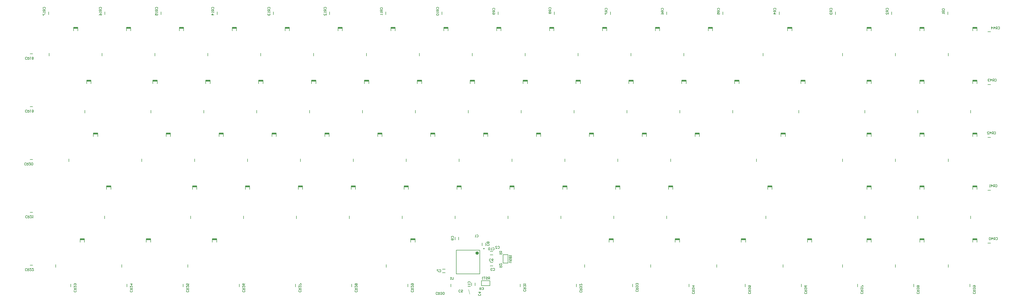
<source format=gbo>
G04*
G04 #@! TF.GenerationSoftware,Altium Limited,Altium Designer,20.1.14 (287)*
G04*
G04 Layer_Color=32896*
%FSLAX25Y25*%
%MOIN*%
G70*
G04*
G04 #@! TF.SameCoordinates,522F5A3E-BD0F-4A6F-B551-BC927255FFFB*
G04*
G04*
G04 #@! TF.FilePolarity,Positive*
G04*
G01*
G75*
%ADD10C,0.00500*%
%ADD67C,0.00984*%
%ADD68C,0.02362*%
%ADD69C,0.00394*%
%ADD70C,0.00787*%
%ADD71C,0.00600*%
%ADD72R,0.06248X0.02000*%
D10*
X952251Y14710D02*
Y18647D01*
X1031938Y14710D02*
Y18647D01*
X1111626Y14710D02*
Y18647D01*
X1191313Y14710D02*
Y18647D01*
X1271001Y14710D02*
Y18647D01*
X1350688Y14710D02*
Y18647D01*
X1376153Y76818D02*
X1380090D01*
X1376153Y151817D02*
X1380090D01*
X1376153Y226817D02*
X1380090D01*
X1376153Y301817D02*
X1380090D01*
X75688Y14710D02*
Y18647D01*
X155376Y14710D02*
Y18647D01*
X235064Y14710D02*
Y18647D01*
X314751Y14710D02*
Y18647D01*
X394439Y14710D02*
Y18647D01*
X474126Y14710D02*
Y18647D01*
X553814Y14710D02*
Y18647D01*
X614901Y14710D02*
Y18647D01*
X713189Y14710D02*
Y18647D01*
X792876Y14710D02*
Y18647D01*
X872563Y14710D02*
Y18647D01*
X442749Y401153D02*
Y405090D01*
X363061Y401153D02*
Y405090D01*
X283374Y401153D02*
Y405090D01*
X203686Y401153D02*
Y405090D01*
X123999Y401153D02*
Y405090D01*
X44311Y401153D02*
Y405090D01*
X17910Y345443D02*
X21847D01*
X17910Y270437D02*
X21847D01*
X17910Y195437D02*
X21847D01*
X17910Y120437D02*
X21847D01*
X17910Y45437D02*
X21847D01*
X1319312Y401153D02*
Y405090D01*
X1239624Y401153D02*
Y405090D01*
X1159937Y401153D02*
Y405090D01*
X1080249Y401153D02*
Y405090D01*
X1000562Y401153D02*
Y405090D01*
X920874Y401153D02*
Y405090D01*
X841187Y401153D02*
Y405090D01*
X761499Y401153D02*
Y405090D01*
X681812Y401153D02*
Y405090D01*
X602124Y401153D02*
Y405090D01*
X522437Y401153D02*
Y405090D01*
X1376153Y376817D02*
X1380090D01*
X119996Y342536D02*
Y346473D01*
X194996Y342536D02*
Y346473D01*
X269996Y342536D02*
Y346473D01*
X344996Y342536D02*
Y346473D01*
X419990Y342536D02*
Y346473D01*
X494994Y342540D02*
Y346477D01*
X644998Y342536D02*
Y346473D01*
X719998Y342536D02*
Y346473D01*
X794998Y342536D02*
Y346473D01*
X869998Y342536D02*
Y346473D01*
X944998Y342536D02*
Y346473D01*
X1057498Y342536D02*
Y346473D01*
X1169998Y342536D02*
Y346473D01*
X1244995Y342539D02*
Y346476D01*
X1319998Y342536D02*
Y346473D01*
X73118Y192533D02*
Y196470D01*
X176244Y192533D02*
Y196470D01*
X251244Y192533D02*
Y196470D01*
X326244Y192533D02*
Y196470D01*
X401244Y192534D02*
Y196471D01*
X476244Y192534D02*
Y196471D01*
X551244Y192534D02*
Y196471D01*
X626244Y192534D02*
Y196471D01*
X701244Y192534D02*
Y196471D01*
X776244Y192534D02*
Y196471D01*
X851244Y192534D02*
Y196471D01*
X926244Y192534D02*
Y196471D01*
X1048118Y192534D02*
Y196471D01*
X1085618Y42535D02*
Y46472D01*
X1169998Y192536D02*
Y196473D01*
X1244998Y192536D02*
Y196473D01*
X1319998Y192536D02*
Y196473D01*
X54368Y42533D02*
Y46470D01*
X148119Y42534D02*
Y46471D01*
X241869Y42534D02*
Y46471D01*
X523118Y42535D02*
Y46472D01*
X804370Y42535D02*
Y46472D01*
X898118Y42535D02*
Y46472D01*
X991870Y42535D02*
Y46472D01*
X1169998Y42537D02*
Y46474D01*
X1319998Y42537D02*
Y46474D01*
X44993Y342539D02*
Y346476D01*
X1244998Y42537D02*
Y46474D01*
X569998Y342536D02*
Y346473D01*
X189379Y261522D02*
Y265459D01*
X264379Y261522D02*
Y265459D01*
X339379Y261522D02*
Y265459D01*
X414380Y261523D02*
Y265460D01*
X489381Y261522D02*
Y265459D01*
X639381Y261522D02*
Y265459D01*
X714381Y261522D02*
Y265459D01*
X789381Y261522D02*
Y265459D01*
X864381Y261522D02*
Y265459D01*
X939381Y261522D02*
Y265459D01*
X1014381Y261522D02*
Y265459D01*
X1108127Y261520D02*
Y265457D01*
X1201881Y261522D02*
Y265459D01*
X1276881Y261522D02*
Y265459D01*
X1351881Y261522D02*
Y265459D01*
X123751Y111520D02*
Y115456D01*
X245627Y111520D02*
Y115457D01*
X320627Y111520D02*
Y115457D01*
X395627Y111520D02*
Y115457D01*
X470627Y111521D02*
Y115458D01*
X545627Y111521D02*
Y115458D01*
X620627Y111521D02*
Y115458D01*
X695627Y111521D02*
Y115458D01*
X770627Y111521D02*
Y115458D01*
X845627Y111521D02*
Y115458D01*
X920627Y111521D02*
Y115458D01*
X1061253Y111521D02*
Y115458D01*
X1201881Y111523D02*
Y115460D01*
X1276881Y111523D02*
Y115460D01*
X1351881Y111523D02*
Y115460D01*
X95626Y261519D02*
Y265456D01*
X564381Y261522D02*
Y265459D01*
D67*
X661909Y69095D02*
X661171Y69521D01*
Y68668D01*
X661909Y69095D01*
D68*
X652953Y62795D02*
X652508Y63719D01*
X651509Y63947D01*
X650707Y63308D01*
Y62283D01*
X651509Y61644D01*
X652508Y61872D01*
X652953Y62795D01*
D69*
X639764Y11220D02*
X641339Y4528D01*
D70*
X154687Y383152D02*
X160790D01*
Y378152D02*
Y383152D01*
X154687Y378152D02*
Y383152D01*
X229687Y378152D02*
Y383152D01*
X235790Y378152D02*
Y383152D01*
X229687D02*
X235790D01*
X304687D02*
X310790D01*
Y378152D02*
Y383152D01*
X304687Y378152D02*
Y383152D01*
X379687Y378152D02*
Y383152D01*
X385790Y378152D02*
Y383152D01*
X379687D02*
X385790D01*
X454681D02*
X460783D01*
Y378152D02*
Y383152D01*
X454681Y378152D02*
Y383152D01*
X529685Y378156D02*
Y383156D01*
X535787Y378156D02*
Y383156D01*
X529685D02*
X535787D01*
X679689Y383152D02*
X685791D01*
Y378152D02*
Y383152D01*
X679689Y378152D02*
Y383152D01*
X754689Y378152D02*
Y383152D01*
X760791Y378152D02*
Y383152D01*
X754689D02*
X760791D01*
X829689D02*
X835791D01*
Y378152D02*
Y383152D01*
X829689Y378152D02*
Y383152D01*
X904689Y378152D02*
Y383152D01*
X910791Y378152D02*
Y383152D01*
X904689D02*
X910791D01*
X979689D02*
X985791D01*
Y378152D02*
Y383152D01*
X979689Y378152D02*
Y383152D01*
X1092189Y378152D02*
Y383152D01*
X1098291Y378152D02*
Y383152D01*
X1092189D02*
X1098291D01*
X1204689D02*
X1210791D01*
Y378152D02*
Y383152D01*
X1204689Y378152D02*
Y383152D01*
X1279686Y378155D02*
Y383155D01*
X1285788Y378155D02*
Y383155D01*
X1279686D02*
X1285788D01*
X1354689Y383152D02*
X1360791D01*
Y378152D02*
Y383152D01*
X1354689Y378152D02*
Y383152D01*
X107809Y228149D02*
Y233149D01*
X113912Y228149D02*
Y233149D01*
X107809D02*
X113912D01*
X210935Y233150D02*
X217037D01*
Y228150D02*
Y233150D01*
X210935Y228150D02*
Y233150D01*
X285935Y228150D02*
Y233150D01*
X292037Y228150D02*
Y233150D01*
X285935D02*
X292037D01*
X360935D02*
X367037D01*
Y228150D02*
Y233150D01*
X360935Y228150D02*
Y233150D01*
X435935Y228150D02*
Y233150D01*
X442037Y228150D02*
Y233150D01*
X435935D02*
X442037D01*
X510935Y233150D02*
X517037D01*
Y228150D02*
Y233150D01*
X510935Y228150D02*
Y233150D01*
X585935Y228150D02*
Y233150D01*
X592037Y228150D02*
Y233150D01*
X585935D02*
X592037D01*
X660935D02*
X667037D01*
Y228150D02*
Y233150D01*
X660935Y228150D02*
Y233150D01*
X735935Y228150D02*
Y233150D01*
X742037Y228150D02*
Y233150D01*
X735935D02*
X742037D01*
X810935D02*
X817037D01*
Y228150D02*
Y233150D01*
X810935Y228150D02*
Y233150D01*
X885935Y228150D02*
Y233150D01*
X892037Y228150D02*
Y233150D01*
X885935D02*
X892037D01*
X960935D02*
X967037D01*
Y228150D02*
Y233150D01*
X960935Y228150D02*
Y233150D01*
X1082809Y228150D02*
Y233150D01*
X1088911Y228150D02*
Y233150D01*
X1082809D02*
X1088911D01*
X1120309Y83151D02*
X1126411D01*
Y78151D02*
Y83151D01*
X1120309Y78151D02*
Y83151D01*
X1204689Y228152D02*
Y233152D01*
X1210791Y228152D02*
Y233152D01*
X1204689D02*
X1210791D01*
X1279689D02*
X1285791D01*
Y228152D02*
Y233152D01*
X1279689Y228152D02*
Y233152D01*
X1354689Y228152D02*
Y233152D01*
X1360791Y228152D02*
Y233152D01*
X1354689D02*
X1360791D01*
X89060Y83150D02*
X95162D01*
Y78150D02*
Y83150D01*
X89060Y78150D02*
Y83150D01*
X182810Y78150D02*
Y83150D01*
X188912Y78150D02*
Y83150D01*
X182810D02*
X188912D01*
X276560Y83150D02*
X282662D01*
Y78150D02*
Y83150D01*
X276560Y78150D02*
Y83150D01*
X557809Y78151D02*
Y83151D01*
X563911Y78151D02*
Y83151D01*
X557809D02*
X563911D01*
X839061D02*
X845163D01*
Y78151D02*
Y83151D01*
X839061Y78151D02*
Y83151D01*
X932809Y78151D02*
Y83151D01*
X938911Y78151D02*
Y83151D01*
X932809D02*
X938911D01*
X1026561D02*
X1032663D01*
Y78151D02*
Y83151D01*
X1026561Y78151D02*
Y83151D01*
X1204689Y78153D02*
Y83153D01*
X1210791Y78153D02*
Y83153D01*
X1204689D02*
X1210791D01*
X1354689Y83153D02*
X1360791D01*
Y78153D02*
Y83153D01*
X1354689Y78153D02*
Y83153D01*
X79685Y378155D02*
Y383155D01*
X85787Y378155D02*
Y383155D01*
X79685D02*
X85787D01*
X1279689Y83153D02*
X1285791D01*
Y78153D02*
Y83153D01*
X1279689Y78153D02*
Y83153D01*
X604689Y378152D02*
Y383152D01*
X610791Y378152D02*
Y383152D01*
X604689D02*
X610791D01*
X192187Y308152D02*
X198290D01*
Y303152D02*
Y308152D01*
X192187Y303152D02*
Y308152D01*
X267187D02*
X273290D01*
Y303152D02*
Y308152D01*
X267187Y303152D02*
Y308152D01*
X342187D02*
X348290D01*
Y303152D02*
Y308152D01*
X342187Y303152D02*
Y308152D01*
X417188Y308153D02*
X423290D01*
Y303153D02*
Y308153D01*
X417188Y303153D02*
Y308153D01*
X492189Y308152D02*
X498291D01*
Y303152D02*
Y308152D01*
X492189Y303152D02*
Y308152D01*
X642189D02*
X648291D01*
Y303152D02*
Y308152D01*
X642189Y303152D02*
Y308152D01*
X717189D02*
X723291D01*
Y303152D02*
Y308152D01*
X717189Y303152D02*
Y308152D01*
X792189D02*
X798291D01*
Y303152D02*
Y308152D01*
X792189Y303152D02*
Y308152D01*
X867189D02*
X873291D01*
Y303152D02*
Y308152D01*
X867189Y303152D02*
Y308152D01*
X942189D02*
X948291D01*
Y303152D02*
Y308152D01*
X942189Y303152D02*
Y308152D01*
X1017189D02*
X1023291D01*
Y303152D02*
Y308152D01*
X1017189Y303152D02*
Y308152D01*
X1110935Y308150D02*
X1117037D01*
Y303150D02*
Y308150D01*
X1110935Y303150D02*
Y308150D01*
X1204689Y308152D02*
X1210791D01*
Y303152D02*
Y308152D01*
X1204689Y303152D02*
Y308152D01*
X1279689D02*
X1285791D01*
Y303152D02*
Y308152D01*
X1279689Y303152D02*
Y308152D01*
X1354689Y308152D02*
X1360791D01*
Y303152D02*
Y308152D01*
X1354689Y303152D02*
Y308152D01*
X126559Y158150D02*
X132662D01*
Y153150D02*
Y158150D01*
X126559Y153150D02*
Y158150D01*
X248435Y158150D02*
X254537D01*
Y153150D02*
Y158150D01*
X248435Y153150D02*
Y158150D01*
X323435D02*
X329537D01*
Y153150D02*
Y158150D01*
X323435Y153150D02*
Y158150D01*
X398435Y158150D02*
X404537D01*
Y153150D02*
Y158150D01*
X398435Y153150D02*
Y158150D01*
X473435Y158151D02*
X479537D01*
Y153151D02*
Y158151D01*
X473435Y153151D02*
Y158151D01*
X548435D02*
X554537D01*
Y153151D02*
Y158151D01*
X548435Y153151D02*
Y158151D01*
X623435D02*
X629537D01*
Y153151D02*
Y158151D01*
X623435Y153151D02*
Y158151D01*
X698435D02*
X704537D01*
Y153151D02*
Y158151D01*
X698435Y153151D02*
Y158151D01*
X773435D02*
X779537D01*
Y153151D02*
Y158151D01*
X773435Y153151D02*
Y158151D01*
X848435D02*
X854537D01*
Y153151D02*
Y158151D01*
X848435Y153151D02*
Y158151D01*
X923435D02*
X929537D01*
Y153151D02*
Y158151D01*
X923435Y153151D02*
Y158151D01*
X1064061D02*
X1070163D01*
Y153151D02*
Y158151D01*
X1064061Y153151D02*
Y158151D01*
X1204689Y158153D02*
X1210791D01*
Y153153D02*
Y158153D01*
X1204689Y153153D02*
Y158153D01*
X1279689D02*
X1285791D01*
Y153153D02*
Y158153D01*
X1279689Y153153D02*
Y158153D01*
X1354689Y158153D02*
X1360791D01*
Y153153D02*
Y158153D01*
X1354689Y153153D02*
Y158153D01*
X98435Y308149D02*
X104537D01*
Y303149D02*
Y308149D01*
X98435Y303149D02*
Y308149D01*
X567189Y308152D02*
X573291D01*
Y303152D02*
Y308152D01*
X567189Y303152D02*
Y308152D01*
X688583Y48425D02*
X695669D01*
X688583D02*
Y60512D01*
X695669D01*
Y48425D02*
Y60512D01*
X622244Y33268D02*
Y66732D01*
Y33268D02*
X655709D01*
X622244Y66732D02*
X655709D01*
Y33268D02*
Y66732D01*
X657992Y16535D02*
X670079D01*
X657992D02*
Y23622D01*
X670079D01*
Y16535D02*
Y23622D01*
X670472Y60098D02*
X674409D01*
X670472Y65098D02*
X674409D01*
X620728Y81496D02*
Y85433D01*
X625728Y81496D02*
Y85433D01*
X644089Y16363D02*
Y20300D01*
X649089Y16363D02*
Y20300D01*
X658917Y73228D02*
Y77165D01*
X663917Y73228D02*
Y77165D01*
X602756Y34902D02*
X606693D01*
X602756Y39902D02*
X606693D01*
X670472Y44350D02*
X674409D01*
X670472Y49350D02*
X674409D01*
D71*
X1390583Y383144D02*
X1391116Y383677D01*
X1392182D01*
X1392715Y383144D01*
Y381011D01*
X1392182Y380478D01*
X1391116D01*
X1390583Y381011D01*
X1389517Y380478D02*
Y383677D01*
X1387917D01*
X1387384Y383144D01*
Y382078D01*
X1387917Y381544D01*
X1389517D01*
X1388450D02*
X1387384Y380478D01*
X1384718D02*
Y383677D01*
X1386318Y382078D01*
X1384185D01*
X1381519Y380478D02*
Y383677D01*
X1383119Y382078D01*
X1380986D01*
X515110Y408785D02*
X514576Y409318D01*
Y410385D01*
X515110Y410918D01*
X517242D01*
X517775Y410385D01*
Y409318D01*
X517242Y408785D01*
X517775Y407719D02*
X514576D01*
Y406119D01*
X515110Y405586D01*
X516176D01*
X516709Y406119D01*
Y407719D01*
Y406652D02*
X517775Y405586D01*
Y404520D02*
Y403453D01*
Y403987D01*
X514576D01*
X515110Y404520D01*
X517775Y401854D02*
Y400788D01*
Y401321D01*
X514576D01*
X515110Y401854D01*
X594797Y409318D02*
X594264Y409851D01*
Y410918D01*
X594797Y411451D01*
X596930D01*
X597463Y410918D01*
Y409851D01*
X596930Y409318D01*
X597463Y408252D02*
X594264D01*
Y406652D01*
X594797Y406119D01*
X595863D01*
X596397Y406652D01*
Y408252D01*
Y407186D02*
X597463Y406119D01*
Y405053D02*
Y403987D01*
Y404520D01*
X594264D01*
X594797Y405053D01*
Y402387D02*
X594264Y401854D01*
Y400788D01*
X594797Y400254D01*
X596930D01*
X597463Y400788D01*
Y401854D01*
X596930Y402387D01*
X594797D01*
X674485Y407985D02*
X673951Y408518D01*
Y409585D01*
X674485Y410118D01*
X676617D01*
X677150Y409585D01*
Y408518D01*
X676617Y407985D01*
X677150Y406919D02*
X673951D01*
Y405319D01*
X674485Y404786D01*
X675551D01*
X676084Y405319D01*
Y406919D01*
Y405853D02*
X677150Y404786D01*
X676617Y403720D02*
X677150Y403187D01*
Y402120D01*
X676617Y401587D01*
X674485D01*
X673951Y402120D01*
Y403187D01*
X674485Y403720D01*
X675018D01*
X675551Y403187D01*
Y401587D01*
X754172Y408985D02*
X753639Y409518D01*
Y410584D01*
X754172Y411118D01*
X756305D01*
X756838Y410584D01*
Y409518D01*
X756305Y408985D01*
X756838Y407919D02*
X753639D01*
Y406319D01*
X754172Y405786D01*
X755238D01*
X755772Y406319D01*
Y407919D01*
Y406852D02*
X756838Y405786D01*
X754172Y404720D02*
X753639Y404186D01*
Y403120D01*
X754172Y402587D01*
X754705D01*
X755238Y403120D01*
X755772Y402587D01*
X756305D01*
X756838Y403120D01*
Y404186D01*
X756305Y404720D01*
X755772D01*
X755238Y404186D01*
X754705Y404720D01*
X754172D01*
X755238Y404186D02*
Y403120D01*
X833860Y407985D02*
X833327Y408518D01*
Y409585D01*
X833860Y410118D01*
X835992D01*
X836525Y409585D01*
Y408518D01*
X835992Y407985D01*
X836525Y406919D02*
X833327D01*
Y405319D01*
X833860Y404786D01*
X834926D01*
X835459Y405319D01*
Y406919D01*
Y405853D02*
X836525Y404786D01*
X833327Y403720D02*
Y401587D01*
X833860D01*
X835992Y403720D01*
X836525D01*
X913547Y407985D02*
X913014Y408518D01*
Y409585D01*
X913547Y410118D01*
X915680D01*
X916213Y409585D01*
Y408518D01*
X915680Y407985D01*
X916213Y406919D02*
X913014D01*
Y405319D01*
X913547Y404786D01*
X914614D01*
X915147Y405319D01*
Y406919D01*
Y405853D02*
X916213Y404786D01*
X913014Y401587D02*
X913547Y402654D01*
X914614Y403720D01*
X915680D01*
X916213Y403187D01*
Y402120D01*
X915680Y401587D01*
X915147D01*
X914614Y402120D01*
Y403720D01*
X993235Y407985D02*
X992702Y408518D01*
Y409585D01*
X993235Y410118D01*
X995367D01*
X995900Y409585D01*
Y408518D01*
X995367Y407985D01*
X995900Y406919D02*
X992702D01*
Y405319D01*
X993235Y404786D01*
X994301D01*
X994834Y405319D01*
Y406919D01*
Y405853D02*
X995900Y404786D01*
X992702Y401587D02*
Y403720D01*
X994301D01*
X993768Y402654D01*
Y402120D01*
X994301Y401587D01*
X995367D01*
X995900Y402120D01*
Y403187D01*
X995367Y403720D01*
X1072922Y407985D02*
X1072389Y408518D01*
Y409585D01*
X1072922Y410118D01*
X1075055D01*
X1075588Y409585D01*
Y408518D01*
X1075055Y407985D01*
X1075588Y406919D02*
X1072389D01*
Y405319D01*
X1072922Y404786D01*
X1073989D01*
X1074522Y405319D01*
Y406919D01*
Y405853D02*
X1075588Y404786D01*
Y402120D02*
X1072389D01*
X1073989Y403720D01*
Y401587D01*
X1152610Y407985D02*
X1152077Y408518D01*
Y409585D01*
X1152610Y410118D01*
X1154742D01*
X1155275Y409585D01*
Y408518D01*
X1154742Y407985D01*
X1155275Y406919D02*
X1152077D01*
Y405319D01*
X1152610Y404786D01*
X1153676D01*
X1154209Y405319D01*
Y406919D01*
Y405853D02*
X1155275Y404786D01*
X1152610Y403720D02*
X1152077Y403187D01*
Y402120D01*
X1152610Y401587D01*
X1153143D01*
X1153676Y402120D01*
Y402654D01*
Y402120D01*
X1154209Y401587D01*
X1154742D01*
X1155275Y402120D01*
Y403187D01*
X1154742Y403720D01*
X1232297Y407985D02*
X1231764Y408518D01*
Y409585D01*
X1232297Y410118D01*
X1234430D01*
X1234963Y409585D01*
Y408518D01*
X1234430Y407985D01*
X1234963Y406919D02*
X1231764D01*
Y405319D01*
X1232297Y404786D01*
X1233364D01*
X1233897Y405319D01*
Y406919D01*
Y405853D02*
X1234963Y404786D01*
Y401587D02*
Y403720D01*
X1232830Y401587D01*
X1232297D01*
X1231764Y402120D01*
Y403187D01*
X1232297Y403720D01*
X1311985Y407452D02*
X1311452Y407985D01*
Y409052D01*
X1311985Y409585D01*
X1314117D01*
X1314650Y409052D01*
Y407985D01*
X1314117Y407452D01*
X1314650Y406386D02*
X1311452D01*
Y404786D01*
X1311985Y404253D01*
X1313051D01*
X1313584Y404786D01*
Y406386D01*
Y405319D02*
X1314650Y404253D01*
Y403187D02*
Y402120D01*
Y402654D01*
X1311452D01*
X1311985Y403187D01*
X13415Y38111D02*
X12882Y37577D01*
X11816D01*
X11283Y38111D01*
Y40243D01*
X11816Y40776D01*
X12882D01*
X13415Y40243D01*
X14482Y40776D02*
Y37577D01*
X16081D01*
X16614Y38111D01*
Y39177D01*
X16081Y39710D01*
X14482D01*
X15548D02*
X16614Y40776D01*
X19813D02*
X17681D01*
X19813Y38644D01*
Y38111D01*
X19280Y37577D01*
X18214D01*
X17681Y38111D01*
X23012Y40776D02*
X20880D01*
X23012Y38644D01*
Y38111D01*
X22479Y37577D01*
X21413D01*
X20880Y38111D01*
X13948Y113110D02*
X13415Y112577D01*
X12349D01*
X11816Y113110D01*
Y115243D01*
X12349Y115776D01*
X13415D01*
X13948Y115243D01*
X15015Y115776D02*
Y112577D01*
X16614D01*
X17147Y113110D01*
Y114177D01*
X16614Y114710D01*
X15015D01*
X16081D02*
X17147Y115776D01*
X20346D02*
X18214D01*
X20346Y113644D01*
Y113110D01*
X19813Y112577D01*
X18747D01*
X18214Y113110D01*
X21413Y115776D02*
X22479D01*
X21946D01*
Y112577D01*
X21413Y113110D01*
X12416Y188110D02*
X11882Y187577D01*
X10816D01*
X10283Y188110D01*
Y190243D01*
X10816Y190776D01*
X11882D01*
X12416Y190243D01*
X13482Y190776D02*
Y187577D01*
X15081D01*
X15615Y188110D01*
Y189176D01*
X15081Y189709D01*
X13482D01*
X14548D02*
X15615Y190776D01*
X18813D02*
X16681D01*
X18813Y188643D01*
Y188110D01*
X18280Y187577D01*
X17214D01*
X16681Y188110D01*
X19880D02*
X20413Y187577D01*
X21479D01*
X22013Y188110D01*
Y190243D01*
X21479Y190776D01*
X20413D01*
X19880Y190243D01*
Y188110D01*
X13682Y263110D02*
X13149Y262577D01*
X12082D01*
X11549Y263110D01*
Y265243D01*
X12082Y265776D01*
X13149D01*
X13682Y265243D01*
X14748Y265776D02*
Y262577D01*
X16348D01*
X16881Y263110D01*
Y264177D01*
X16348Y264710D01*
X14748D01*
X15814D02*
X16881Y265776D01*
X17947D02*
X19014D01*
X18480D01*
Y262577D01*
X17947Y263110D01*
X20613Y265243D02*
X21146Y265776D01*
X22212D01*
X22746Y265243D01*
Y263110D01*
X22212Y262577D01*
X21146D01*
X20613Y263110D01*
Y263643D01*
X21146Y264177D01*
X22746D01*
X13682Y338116D02*
X13149Y337582D01*
X12082D01*
X11549Y338116D01*
Y340248D01*
X12082Y340781D01*
X13149D01*
X13682Y340248D01*
X14748Y340781D02*
Y337582D01*
X16348D01*
X16881Y338116D01*
Y339182D01*
X16348Y339715D01*
X14748D01*
X15814D02*
X16881Y340781D01*
X17947D02*
X19014D01*
X18480D01*
Y337582D01*
X17947Y338116D01*
X20613D02*
X21146Y337582D01*
X22212D01*
X22746Y338116D01*
Y338649D01*
X22212Y339182D01*
X22746Y339715D01*
Y340248D01*
X22212Y340781D01*
X21146D01*
X20613Y340248D01*
Y339715D01*
X21146Y339182D01*
X20613Y338649D01*
Y338116D01*
X21146Y339182D02*
X22212D01*
X36985Y409318D02*
X36452Y409851D01*
Y410918D01*
X36985Y411451D01*
X39117D01*
X39650Y410918D01*
Y409851D01*
X39117Y409318D01*
X39650Y408252D02*
X36452D01*
Y406652D01*
X36985Y406119D01*
X38051D01*
X38584Y406652D01*
Y408252D01*
Y407186D02*
X39650Y406119D01*
Y405053D02*
Y403987D01*
Y404520D01*
X36452D01*
X36985Y405053D01*
X36452Y402387D02*
Y400254D01*
X36985D01*
X39117Y402387D01*
X39650D01*
X116672Y409318D02*
X116139Y409851D01*
Y410918D01*
X116672Y411451D01*
X118805D01*
X119338Y410918D01*
Y409851D01*
X118805Y409318D01*
X119338Y408252D02*
X116139D01*
Y406652D01*
X116672Y406119D01*
X117738D01*
X118272Y406652D01*
Y408252D01*
Y407186D02*
X119338Y406119D01*
Y405053D02*
Y403987D01*
Y404520D01*
X116139D01*
X116672Y405053D01*
X116139Y400254D02*
X116672Y401321D01*
X117738Y402387D01*
X118805D01*
X119338Y401854D01*
Y400788D01*
X118805Y400254D01*
X118272D01*
X117738Y400788D01*
Y402387D01*
X196360Y409318D02*
X195826Y409851D01*
Y410918D01*
X196360Y411451D01*
X198492D01*
X199025Y410918D01*
Y409851D01*
X198492Y409318D01*
X199025Y408252D02*
X195826D01*
Y406652D01*
X196360Y406119D01*
X197426D01*
X197959Y406652D01*
Y408252D01*
Y407186D02*
X199025Y406119D01*
Y405053D02*
Y403987D01*
Y404520D01*
X195826D01*
X196360Y405053D01*
X195826Y400254D02*
Y402387D01*
X197426D01*
X196893Y401321D01*
Y400788D01*
X197426Y400254D01*
X198492D01*
X199025Y400788D01*
Y401854D01*
X198492Y402387D01*
X276047Y409318D02*
X275514Y409851D01*
Y410918D01*
X276047Y411451D01*
X278180D01*
X278713Y410918D01*
Y409851D01*
X278180Y409318D01*
X278713Y408252D02*
X275514D01*
Y406652D01*
X276047Y406119D01*
X277114D01*
X277647Y406652D01*
Y408252D01*
Y407186D02*
X278713Y406119D01*
Y405053D02*
Y403987D01*
Y404520D01*
X275514D01*
X276047Y405053D01*
X278713Y400788D02*
X275514D01*
X277114Y402387D01*
Y400254D01*
X355735Y409318D02*
X355202Y409851D01*
Y410918D01*
X355735Y411451D01*
X357867D01*
X358400Y410918D01*
Y409851D01*
X357867Y409318D01*
X358400Y408252D02*
X355202D01*
Y406652D01*
X355735Y406119D01*
X356801D01*
X357334Y406652D01*
Y408252D01*
Y407186D02*
X358400Y406119D01*
Y405053D02*
Y403987D01*
Y404520D01*
X355202D01*
X355735Y405053D01*
Y402387D02*
X355202Y401854D01*
Y400788D01*
X355735Y400254D01*
X356268D01*
X356801Y400788D01*
Y401321D01*
Y400788D01*
X357334Y400254D01*
X357867D01*
X358400Y400788D01*
Y401854D01*
X357867Y402387D01*
X435422Y409318D02*
X434889Y409851D01*
Y410918D01*
X435422Y411451D01*
X437555D01*
X438088Y410918D01*
Y409851D01*
X437555Y409318D01*
X438088Y408252D02*
X434889D01*
Y406652D01*
X435422Y406119D01*
X436488D01*
X437022Y406652D01*
Y408252D01*
Y407186D02*
X438088Y406119D01*
Y405053D02*
Y403987D01*
Y404520D01*
X434889D01*
X435422Y405053D01*
X438088Y400254D02*
Y402387D01*
X435955Y400254D01*
X435422D01*
X434889Y400788D01*
Y401854D01*
X435422Y402387D01*
X879890Y10215D02*
X880424Y9682D01*
Y8616D01*
X879890Y8083D01*
X877758D01*
X877225Y8616D01*
Y9682D01*
X877758Y10215D01*
X877225Y11282D02*
X880424D01*
Y12881D01*
X879890Y13414D01*
X878824D01*
X878291Y12881D01*
Y11282D01*
Y12348D02*
X877225Y13414D01*
X879890Y14481D02*
X880424Y15014D01*
Y16080D01*
X879890Y16613D01*
X879357D01*
X878824Y16080D01*
Y15547D01*
Y16080D01*
X878291Y16613D01*
X877758D01*
X877225Y16080D01*
Y15014D01*
X877758Y14481D01*
X879890Y17680D02*
X880424Y18213D01*
Y19279D01*
X879890Y19812D01*
X879357D01*
X878824Y19279D01*
Y18746D01*
Y19279D01*
X878291Y19812D01*
X877758D01*
X877225Y19279D01*
Y18213D01*
X877758Y17680D01*
X800203Y9216D02*
X800736Y8682D01*
Y7616D01*
X800203Y7083D01*
X798070D01*
X797537Y7616D01*
Y8682D01*
X798070Y9216D01*
X797537Y10282D02*
X800736D01*
Y11881D01*
X800203Y12415D01*
X799136D01*
X798603Y11881D01*
Y10282D01*
Y11348D02*
X797537Y12415D01*
X800203Y13481D02*
X800736Y14014D01*
Y15080D01*
X800203Y15613D01*
X799670D01*
X799136Y15080D01*
Y14547D01*
Y15080D01*
X798603Y15613D01*
X798070D01*
X797537Y15080D01*
Y14014D01*
X798070Y13481D01*
X797537Y18812D02*
Y16680D01*
X799670Y18812D01*
X800203D01*
X800736Y18279D01*
Y17213D01*
X800203Y16680D01*
X720515Y10748D02*
X721048Y10215D01*
Y9149D01*
X720515Y8616D01*
X718383D01*
X717849Y9149D01*
Y10215D01*
X718383Y10748D01*
X717849Y11815D02*
X721048D01*
Y13414D01*
X720515Y13947D01*
X719449D01*
X718916Y13414D01*
Y11815D01*
Y12881D02*
X717849Y13947D01*
X720515Y15014D02*
X721048Y15547D01*
Y16613D01*
X720515Y17146D01*
X719982D01*
X719449Y16613D01*
Y16080D01*
Y16613D01*
X718916Y17146D01*
X718383D01*
X717849Y16613D01*
Y15547D01*
X718383Y15014D01*
X717849Y18213D02*
Y19279D01*
Y18746D01*
X721048D01*
X720515Y18213D01*
X595814Y4454D02*
X595280Y3921D01*
X594214D01*
X593681Y4454D01*
Y6587D01*
X594214Y7120D01*
X595280D01*
X595814Y6587D01*
X596880Y7120D02*
Y3921D01*
X598479D01*
X599013Y4454D01*
Y5521D01*
X598479Y6054D01*
X596880D01*
X597946D02*
X599013Y7120D01*
X600079Y4454D02*
X600612Y3921D01*
X601678D01*
X602212Y4454D01*
Y4988D01*
X601678Y5521D01*
X601145D01*
X601678D01*
X602212Y6054D01*
Y6587D01*
X601678Y7120D01*
X600612D01*
X600079Y6587D01*
X603278Y4454D02*
X603811Y3921D01*
X604877D01*
X605410Y4454D01*
Y6587D01*
X604877Y7120D01*
X603811D01*
X603278Y6587D01*
Y4454D01*
X561140Y9715D02*
X561673Y9182D01*
Y8116D01*
X561140Y7583D01*
X559008D01*
X558474Y8116D01*
Y9182D01*
X559008Y9715D01*
X558474Y10782D02*
X561673D01*
Y12381D01*
X561140Y12914D01*
X560074D01*
X559541Y12381D01*
Y10782D01*
Y11848D02*
X558474Y12914D01*
Y16113D02*
Y13981D01*
X560607Y16113D01*
X561140D01*
X561673Y15580D01*
Y14514D01*
X561140Y13981D01*
X559008Y17180D02*
X558474Y17713D01*
Y18779D01*
X559008Y19312D01*
X561140D01*
X561673Y18779D01*
Y17713D01*
X561140Y17180D01*
X560607D01*
X560074Y17713D01*
Y19312D01*
X481453Y9715D02*
X481986Y9182D01*
Y8116D01*
X481453Y7583D01*
X479320D01*
X478787Y8116D01*
Y9182D01*
X479320Y9715D01*
X478787Y10782D02*
X481986D01*
Y12381D01*
X481453Y12914D01*
X480386D01*
X479853Y12381D01*
Y10782D01*
Y11848D02*
X478787Y12914D01*
Y16113D02*
Y13981D01*
X480920Y16113D01*
X481453D01*
X481986Y15580D01*
Y14514D01*
X481453Y13981D01*
Y17180D02*
X481986Y17713D01*
Y18779D01*
X481453Y19312D01*
X480920D01*
X480386Y18779D01*
X479853Y19312D01*
X479320D01*
X478787Y18779D01*
Y17713D01*
X479320Y17180D01*
X479853D01*
X480386Y17713D01*
X480920Y17180D01*
X481453D01*
X480386Y17713D02*
Y18779D01*
X401765Y9715D02*
X402298Y9182D01*
Y8116D01*
X401765Y7583D01*
X399633D01*
X399099Y8116D01*
Y9182D01*
X399633Y9715D01*
X399099Y10782D02*
X402298D01*
Y12381D01*
X401765Y12914D01*
X400699D01*
X400166Y12381D01*
Y10782D01*
Y11848D02*
X399099Y12914D01*
Y16113D02*
Y13981D01*
X401232Y16113D01*
X401765D01*
X402298Y15580D01*
Y14514D01*
X401765Y13981D01*
X402298Y17180D02*
Y19312D01*
X401765D01*
X399633Y17180D01*
X399099D01*
X322078Y9715D02*
X322611Y9182D01*
Y8116D01*
X322078Y7583D01*
X319945D01*
X319412Y8116D01*
Y9182D01*
X319945Y9715D01*
X319412Y10782D02*
X322611D01*
Y12381D01*
X322078Y12914D01*
X321011D01*
X320478Y12381D01*
Y10782D01*
Y11848D02*
X319412Y12914D01*
Y16113D02*
Y13981D01*
X321545Y16113D01*
X322078D01*
X322611Y15580D01*
Y14514D01*
X322078Y13981D01*
X322611Y19312D02*
X322078Y18246D01*
X321011Y17180D01*
X319945D01*
X319412Y17713D01*
Y18779D01*
X319945Y19312D01*
X320478D01*
X321011Y18779D01*
Y17180D01*
X242390Y9715D02*
X242923Y9182D01*
Y8116D01*
X242390Y7583D01*
X240258D01*
X239724Y8116D01*
Y9182D01*
X240258Y9715D01*
X239724Y10782D02*
X242923D01*
Y12381D01*
X242390Y12914D01*
X241324D01*
X240791Y12381D01*
Y10782D01*
Y11848D02*
X239724Y12914D01*
Y16113D02*
Y13981D01*
X241857Y16113D01*
X242390D01*
X242923Y15580D01*
Y14514D01*
X242390Y13981D01*
X242923Y19312D02*
Y17180D01*
X241324D01*
X241857Y18246D01*
Y18779D01*
X241324Y19312D01*
X240258D01*
X239724Y18779D01*
Y17713D01*
X240258Y17180D01*
X162703Y9715D02*
X163236Y9182D01*
Y8116D01*
X162703Y7583D01*
X160570D01*
X160037Y8116D01*
Y9182D01*
X160570Y9715D01*
X160037Y10782D02*
X163236D01*
Y12381D01*
X162703Y12914D01*
X161636D01*
X161103Y12381D01*
Y10782D01*
Y11848D02*
X160037Y12914D01*
Y16113D02*
Y13981D01*
X162170Y16113D01*
X162703D01*
X163236Y15580D01*
Y14514D01*
X162703Y13981D01*
X160037Y18779D02*
X163236D01*
X161636Y17180D01*
Y19312D01*
X83015Y9715D02*
X83548Y9182D01*
Y8116D01*
X83015Y7583D01*
X80883D01*
X80349Y8116D01*
Y9182D01*
X80883Y9715D01*
X80349Y10782D02*
X83548D01*
Y12381D01*
X83015Y12914D01*
X81949D01*
X81416Y12381D01*
Y10782D01*
Y11848D02*
X80349Y12914D01*
Y16113D02*
Y13981D01*
X82482Y16113D01*
X83015D01*
X83548Y15580D01*
Y14514D01*
X83015Y13981D01*
Y17180D02*
X83548Y17713D01*
Y18779D01*
X83015Y19312D01*
X82482D01*
X81949Y18779D01*
Y18246D01*
Y18779D01*
X81416Y19312D01*
X80883D01*
X80349Y18779D01*
Y17713D01*
X80883Y17180D01*
X1386084Y309144D02*
X1386617Y309677D01*
X1387684D01*
X1388217Y309144D01*
Y307011D01*
X1387684Y306478D01*
X1386617D01*
X1386084Y307011D01*
X1385018Y306478D02*
Y309677D01*
X1383418D01*
X1382885Y309144D01*
Y308078D01*
X1383418Y307544D01*
X1385018D01*
X1383952D02*
X1382885Y306478D01*
X1380219D02*
Y309677D01*
X1381819Y308078D01*
X1379686D01*
X1378620Y309144D02*
X1378087Y309677D01*
X1377020D01*
X1376487Y309144D01*
Y308611D01*
X1377020Y308078D01*
X1377554D01*
X1377020D01*
X1376487Y307544D01*
Y307011D01*
X1377020Y306478D01*
X1378087D01*
X1378620Y307011D01*
X1385085Y234144D02*
X1385618Y234677D01*
X1386684D01*
X1387217Y234144D01*
Y232011D01*
X1386684Y231478D01*
X1385618D01*
X1385085Y232011D01*
X1384018Y231478D02*
Y234677D01*
X1382419D01*
X1381886Y234144D01*
Y233078D01*
X1382419Y232544D01*
X1384018D01*
X1382952D02*
X1381886Y231478D01*
X1379220D02*
Y234677D01*
X1380819Y233078D01*
X1378687D01*
X1375488Y231478D02*
X1377620D01*
X1375488Y233611D01*
Y234144D01*
X1376021Y234677D01*
X1377087D01*
X1377620Y234144D01*
X1387051Y159144D02*
X1387584Y159677D01*
X1388650D01*
X1389183Y159144D01*
Y157012D01*
X1388650Y156478D01*
X1387584D01*
X1387051Y157012D01*
X1385984Y156478D02*
Y159677D01*
X1384385D01*
X1383852Y159144D01*
Y158078D01*
X1384385Y157545D01*
X1385984D01*
X1384918D02*
X1383852Y156478D01*
X1381186D02*
Y159677D01*
X1382785Y158078D01*
X1380653D01*
X1379586Y156478D02*
X1378520D01*
X1379053D01*
Y159677D01*
X1379586Y159144D01*
X1387584Y84144D02*
X1388117Y84677D01*
X1389183D01*
X1389716Y84144D01*
Y82012D01*
X1389183Y81479D01*
X1388117D01*
X1387584Y82012D01*
X1386517Y81479D02*
Y84677D01*
X1384918D01*
X1384385Y84144D01*
Y83078D01*
X1384918Y82545D01*
X1386517D01*
X1385451D02*
X1384385Y81479D01*
X1381719D02*
Y84677D01*
X1383318Y83078D01*
X1381186D01*
X1380120Y84144D02*
X1379586Y84677D01*
X1378520D01*
X1377987Y84144D01*
Y82012D01*
X1378520Y81479D01*
X1379586D01*
X1380120Y82012D01*
Y84144D01*
X1358015Y7216D02*
X1358549Y6683D01*
Y5617D01*
X1358015Y5084D01*
X1355883D01*
X1355350Y5617D01*
Y6683D01*
X1355883Y7216D01*
X1355350Y8283D02*
X1358549D01*
Y9882D01*
X1358015Y10415D01*
X1356949D01*
X1356416Y9882D01*
Y8283D01*
Y9349D02*
X1355350Y10415D01*
X1358015Y11482D02*
X1358549Y12015D01*
Y13081D01*
X1358015Y13614D01*
X1357482D01*
X1356949Y13081D01*
Y12548D01*
Y13081D01*
X1356416Y13614D01*
X1355883D01*
X1355350Y13081D01*
Y12015D01*
X1355883Y11482D01*
Y14681D02*
X1355350Y15214D01*
Y16280D01*
X1355883Y16813D01*
X1358015D01*
X1358549Y16280D01*
Y15214D01*
X1358015Y14681D01*
X1357482D01*
X1356949Y15214D01*
Y16813D01*
X1278328Y7216D02*
X1278861Y6683D01*
Y5617D01*
X1278328Y5084D01*
X1276195D01*
X1275662Y5617D01*
Y6683D01*
X1276195Y7216D01*
X1275662Y8283D02*
X1278861D01*
Y9882D01*
X1278328Y10415D01*
X1277262D01*
X1276728Y9882D01*
Y8283D01*
Y9349D02*
X1275662Y10415D01*
X1278328Y11482D02*
X1278861Y12015D01*
Y13081D01*
X1278328Y13614D01*
X1277795D01*
X1277262Y13081D01*
Y12548D01*
Y13081D01*
X1276728Y13614D01*
X1276195D01*
X1275662Y13081D01*
Y12015D01*
X1276195Y11482D01*
X1278328Y14681D02*
X1278861Y15214D01*
Y16280D01*
X1278328Y16813D01*
X1277795D01*
X1277262Y16280D01*
X1276728Y16813D01*
X1276195D01*
X1275662Y16280D01*
Y15214D01*
X1276195Y14681D01*
X1276728D01*
X1277262Y15214D01*
X1277795Y14681D01*
X1278328D01*
X1277262Y15214D02*
Y16280D01*
X1198640Y7216D02*
X1199174Y6683D01*
Y5617D01*
X1198640Y5084D01*
X1196508D01*
X1195975Y5617D01*
Y6683D01*
X1196508Y7216D01*
X1195975Y8283D02*
X1199174D01*
Y9882D01*
X1198640Y10415D01*
X1197574D01*
X1197041Y9882D01*
Y8283D01*
Y9349D02*
X1195975Y10415D01*
X1198640Y11482D02*
X1199174Y12015D01*
Y13081D01*
X1198640Y13614D01*
X1198107D01*
X1197574Y13081D01*
Y12548D01*
Y13081D01*
X1197041Y13614D01*
X1196508D01*
X1195975Y13081D01*
Y12015D01*
X1196508Y11482D01*
X1199174Y14681D02*
Y16813D01*
X1198640D01*
X1196508Y14681D01*
X1195975D01*
X1118953Y7216D02*
X1119486Y6683D01*
Y5617D01*
X1118953Y5084D01*
X1116820D01*
X1116287Y5617D01*
Y6683D01*
X1116820Y7216D01*
X1116287Y8283D02*
X1119486D01*
Y9882D01*
X1118953Y10415D01*
X1117887D01*
X1117353Y9882D01*
Y8283D01*
Y9349D02*
X1116287Y10415D01*
X1118953Y11482D02*
X1119486Y12015D01*
Y13081D01*
X1118953Y13614D01*
X1118420D01*
X1117887Y13081D01*
Y12548D01*
Y13081D01*
X1117353Y13614D01*
X1116820D01*
X1116287Y13081D01*
Y12015D01*
X1116820Y11482D01*
X1119486Y16813D02*
X1118953Y15747D01*
X1117887Y14681D01*
X1116820D01*
X1116287Y15214D01*
Y16280D01*
X1116820Y16813D01*
X1117353D01*
X1117887Y16280D01*
Y14681D01*
X1039265Y7216D02*
X1039799Y6683D01*
Y5617D01*
X1039265Y5084D01*
X1037133D01*
X1036600Y5617D01*
Y6683D01*
X1037133Y7216D01*
X1036600Y8283D02*
X1039799D01*
Y9882D01*
X1039265Y10415D01*
X1038199D01*
X1037666Y9882D01*
Y8283D01*
Y9349D02*
X1036600Y10415D01*
X1039265Y11482D02*
X1039799Y12015D01*
Y13081D01*
X1039265Y13614D01*
X1038732D01*
X1038199Y13081D01*
Y12548D01*
Y13081D01*
X1037666Y13614D01*
X1037133D01*
X1036600Y13081D01*
Y12015D01*
X1037133Y11482D01*
X1039799Y16813D02*
Y14681D01*
X1038199D01*
X1038732Y15747D01*
Y16280D01*
X1038199Y16813D01*
X1037133D01*
X1036600Y16280D01*
Y15214D01*
X1037133Y14681D01*
X959578Y7216D02*
X960111Y6683D01*
Y5617D01*
X959578Y5084D01*
X957445D01*
X956912Y5617D01*
Y6683D01*
X957445Y7216D01*
X956912Y8283D02*
X960111D01*
Y9882D01*
X959578Y10415D01*
X958512D01*
X957978Y9882D01*
Y8283D01*
Y9349D02*
X956912Y10415D01*
X959578Y11482D02*
X960111Y12015D01*
Y13081D01*
X959578Y13614D01*
X959045D01*
X958512Y13081D01*
Y12548D01*
Y13081D01*
X957978Y13614D01*
X957445D01*
X956912Y13081D01*
Y12015D01*
X957445Y11482D01*
X956912Y16280D02*
X960111D01*
X958512Y14681D01*
Y16813D01*
X700812Y48999D02*
X698146D01*
X697613Y49532D01*
Y50599D01*
X698146Y51132D01*
X700812D01*
X700279Y54331D02*
X700812Y53798D01*
Y52731D01*
X700279Y52198D01*
X699746D01*
X699213Y52731D01*
Y53798D01*
X698679Y54331D01*
X698146D01*
X697613Y53798D01*
Y52731D01*
X698146Y52198D01*
X700812Y55397D02*
X697613D01*
Y56997D01*
X698146Y57530D01*
X698679D01*
X699213Y56997D01*
Y55397D01*
Y56997D01*
X699746Y57530D01*
X700279D01*
X700812Y56997D01*
Y55397D01*
X697613Y58596D02*
Y59662D01*
Y59129D01*
X700812D01*
X700279Y58596D01*
X618274Y28371D02*
Y25705D01*
X617741Y25172D01*
X616675D01*
X616142Y25705D01*
Y28371D01*
X615075Y25172D02*
X614009D01*
X614542D01*
Y28371D01*
X615075Y27838D01*
X655742Y13893D02*
Y10694D01*
X657341D01*
X657874Y11227D01*
Y12294D01*
X657341Y12827D01*
X655742D01*
X656808D02*
X657874Y13893D01*
X658941Y11227D02*
X659474Y10694D01*
X660540D01*
X661073Y11227D01*
Y11761D01*
X660540Y12294D01*
X660007D01*
X660540D01*
X661073Y12827D01*
Y13360D01*
X660540Y13893D01*
X659474D01*
X658941Y13360D01*
X683834Y42610D02*
X687033D01*
Y44209D01*
X686499Y44742D01*
X685433D01*
X684900Y44209D01*
Y42610D01*
Y43676D02*
X683834Y44742D01*
Y47941D02*
Y45809D01*
X685966Y47941D01*
X686499D01*
X687033Y47408D01*
Y46342D01*
X686499Y45809D01*
X683834Y61253D02*
X687033D01*
Y62853D01*
X686499Y63386D01*
X685433D01*
X684900Y62853D01*
Y61253D01*
Y62319D02*
X683834Y63386D01*
Y64452D02*
Y65518D01*
Y64985D01*
X687033D01*
X686499Y64452D01*
X669692Y25623D02*
Y28822D01*
X668092D01*
X667559Y28289D01*
Y27223D01*
X668092Y26690D01*
X669692D01*
X668625D02*
X667559Y25623D01*
X664360Y28289D02*
X664893Y28822D01*
X665959D01*
X666493Y28289D01*
Y27756D01*
X665959Y27223D01*
X664893D01*
X664360Y26690D01*
Y26156D01*
X664893Y25623D01*
X665959D01*
X666493Y26156D01*
X663294Y28822D02*
X661161D01*
X662227D01*
Y25623D01*
X660095D02*
X659028D01*
X659561D01*
Y28822D01*
X660095Y28289D01*
X673879Y69728D02*
X674412Y70261D01*
X675478D01*
X676012Y69728D01*
Y67595D01*
X675478Y67062D01*
X674412D01*
X673879Y67595D01*
X672813Y67062D02*
X671746D01*
X672279D01*
Y70261D01*
X672813Y69728D01*
X670147D02*
X669614Y70261D01*
X668547D01*
X668014Y69728D01*
Y67595D01*
X668547Y67062D01*
X669614D01*
X670147Y67595D01*
Y69728D01*
X615863Y84391D02*
X615330Y84925D01*
Y85991D01*
X615863Y86524D01*
X617995D01*
X618529Y85991D01*
Y84925D01*
X617995Y84391D01*
Y83325D02*
X618529Y82792D01*
Y81726D01*
X617995Y81192D01*
X615863D01*
X615330Y81726D01*
Y82792D01*
X615863Y83325D01*
X616396D01*
X616929Y82792D01*
Y81192D01*
X639485Y19837D02*
X638952Y20370D01*
Y21436D01*
X639485Y21970D01*
X641617D01*
X642151Y21436D01*
Y20370D01*
X641617Y19837D01*
X642151Y18770D02*
Y17704D01*
Y18237D01*
X638952D01*
X639485Y18770D01*
X642151Y16105D02*
Y15038D01*
Y15572D01*
X638952D01*
X639485Y16105D01*
X668540Y75460D02*
X669073Y74927D01*
Y73861D01*
X668540Y73327D01*
X666408D01*
X665874Y73861D01*
Y74927D01*
X666408Y75460D01*
X668540Y76526D02*
X669073Y77060D01*
Y78126D01*
X668540Y78659D01*
X668007D01*
X667474Y78126D01*
X666941Y78659D01*
X666408D01*
X665874Y78126D01*
Y77060D01*
X666408Y76526D01*
X666941D01*
X667474Y77060D01*
X668007Y76526D01*
X668540D01*
X667474Y77060D02*
Y78126D01*
X598171Y38468D02*
X598704Y39001D01*
X599770D01*
X600304Y38468D01*
Y36335D01*
X599770Y35802D01*
X598704D01*
X598171Y36335D01*
X597105Y39001D02*
X594972D01*
Y38468D01*
X597105Y36335D01*
Y35802D01*
X671514Y51690D02*
X670981Y51156D01*
X669915D01*
X669381Y51690D01*
Y53822D01*
X669915Y54355D01*
X670981D01*
X671514Y53822D01*
X674713Y51156D02*
X673647Y51690D01*
X672580Y52756D01*
Y53822D01*
X673114Y54355D01*
X674180D01*
X674713Y53822D01*
Y53289D01*
X674180Y52756D01*
X672580D01*
X628175Y7778D02*
X627641Y7244D01*
X626575D01*
X626042Y7778D01*
Y9910D01*
X626575Y10443D01*
X627641D01*
X628175Y9910D01*
X631374Y7244D02*
X629241D01*
Y8844D01*
X630307Y8311D01*
X630840D01*
X631374Y8844D01*
Y9910D01*
X630840Y10443D01*
X629774D01*
X629241Y9910D01*
X656514Y4471D02*
X657047Y3938D01*
Y2872D01*
X656514Y2338D01*
X654381D01*
X653848Y2872D01*
Y3938D01*
X654381Y4471D01*
X653848Y7137D02*
X657047D01*
X655447Y5537D01*
Y7670D01*
X674549Y40436D02*
X675082Y40970D01*
X676148D01*
X676682Y40436D01*
Y38304D01*
X676148Y37771D01*
X675082D01*
X674549Y38304D01*
X673483Y40436D02*
X672949Y40970D01*
X671883D01*
X671350Y40436D01*
Y39903D01*
X671883Y39370D01*
X672416D01*
X671883D01*
X671350Y38837D01*
Y38304D01*
X671883Y37771D01*
X672949D01*
X673483Y38304D01*
X681242Y71933D02*
X681775Y72466D01*
X682841D01*
X683375Y71933D01*
Y69800D01*
X682841Y69267D01*
X681775D01*
X681242Y69800D01*
X678043Y69267D02*
X680175D01*
X678043Y71399D01*
Y71933D01*
X678576Y72466D01*
X679642D01*
X680175Y71933D01*
X651181Y88074D02*
X651714Y88607D01*
X652781D01*
X653314Y88074D01*
Y85941D01*
X652781Y85408D01*
X651714D01*
X651181Y85941D01*
X650115Y85408D02*
X649048D01*
X649582D01*
Y88607D01*
X650115Y88074D01*
D72*
X157863Y382152D02*
D03*
X232863D02*
D03*
X307863D02*
D03*
X382863D02*
D03*
X457856D02*
D03*
X532860Y382156D02*
D03*
X682864Y382152D02*
D03*
X757864D02*
D03*
X832864D02*
D03*
X907864D02*
D03*
X982864D02*
D03*
X1095364D02*
D03*
X1207864D02*
D03*
X1282861Y382155D02*
D03*
X1357864Y382152D02*
D03*
X110985Y232149D02*
D03*
X214110Y232150D02*
D03*
X289110D02*
D03*
X364110D02*
D03*
X439110Y232150D02*
D03*
X514110Y232150D02*
D03*
X589110D02*
D03*
X664110D02*
D03*
X739110D02*
D03*
X814110D02*
D03*
X889110D02*
D03*
X964110D02*
D03*
X1085984D02*
D03*
X1123484Y82151D02*
D03*
X1207864Y232152D02*
D03*
X1282864D02*
D03*
X1357864Y232152D02*
D03*
X92235Y82150D02*
D03*
X185985Y82150D02*
D03*
X279735Y82150D02*
D03*
X560984Y82151D02*
D03*
X842236D02*
D03*
X935984D02*
D03*
X1029736D02*
D03*
X1207864Y82153D02*
D03*
X1357864Y82153D02*
D03*
X82860Y382155D02*
D03*
X1282864Y82153D02*
D03*
X607864Y382152D02*
D03*
X195363Y307152D02*
D03*
X270363D02*
D03*
X345363D02*
D03*
X420363Y307153D02*
D03*
X495364Y307152D02*
D03*
X645364D02*
D03*
X720364D02*
D03*
X795364D02*
D03*
X870364D02*
D03*
X945364D02*
D03*
X1020364D02*
D03*
X1114110Y307150D02*
D03*
X1207864Y307152D02*
D03*
X1282864D02*
D03*
X1357864Y307152D02*
D03*
X129735Y157150D02*
D03*
X251610Y157150D02*
D03*
X326610D02*
D03*
X401610Y157150D02*
D03*
X476610Y157151D02*
D03*
X551610D02*
D03*
X626610D02*
D03*
X701610D02*
D03*
X776610D02*
D03*
X851610D02*
D03*
X926610D02*
D03*
X1067236D02*
D03*
X1207864Y157153D02*
D03*
X1282864D02*
D03*
X1357864D02*
D03*
X101610Y307149D02*
D03*
X570364Y307152D02*
D03*
M02*

</source>
